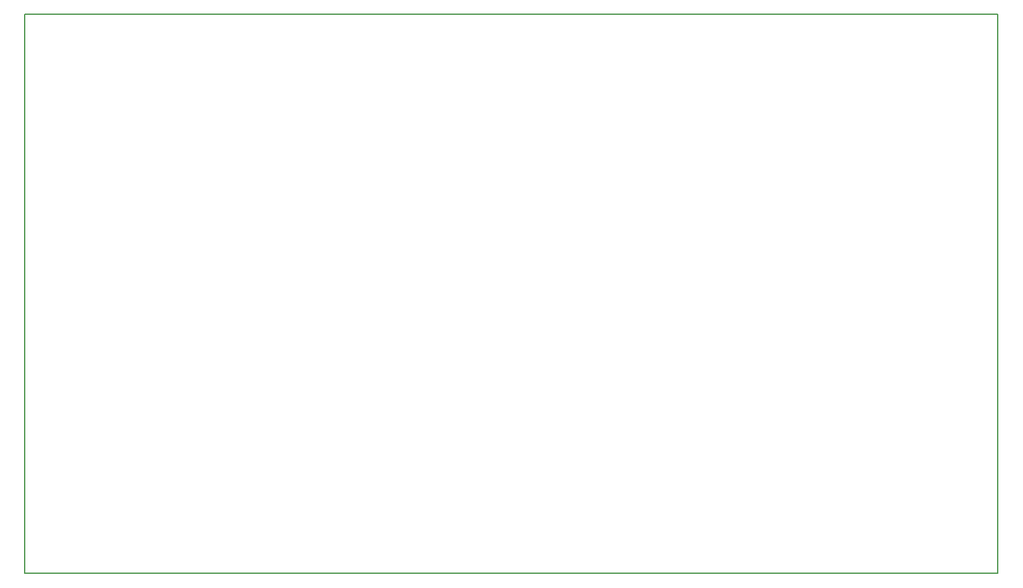
<source format=gko>
G04 DipTrace 3.3.1.3*
G04 T4RA8875TouchShieldcastellatedV02.gko*
%MOIN*%
G04 #@! TF.FileFunction,Profile*
G04 #@! TF.Part,Single*
%ADD11C,0.005512*%
%FSLAX26Y26*%
G04*
G70*
G90*
G75*
G01*
G04 BoardOutline*
%LPD*%
X393700Y393700D2*
D11*
X5650700D1*
Y3415700D1*
X393700D1*
Y393700D1*
M02*

</source>
